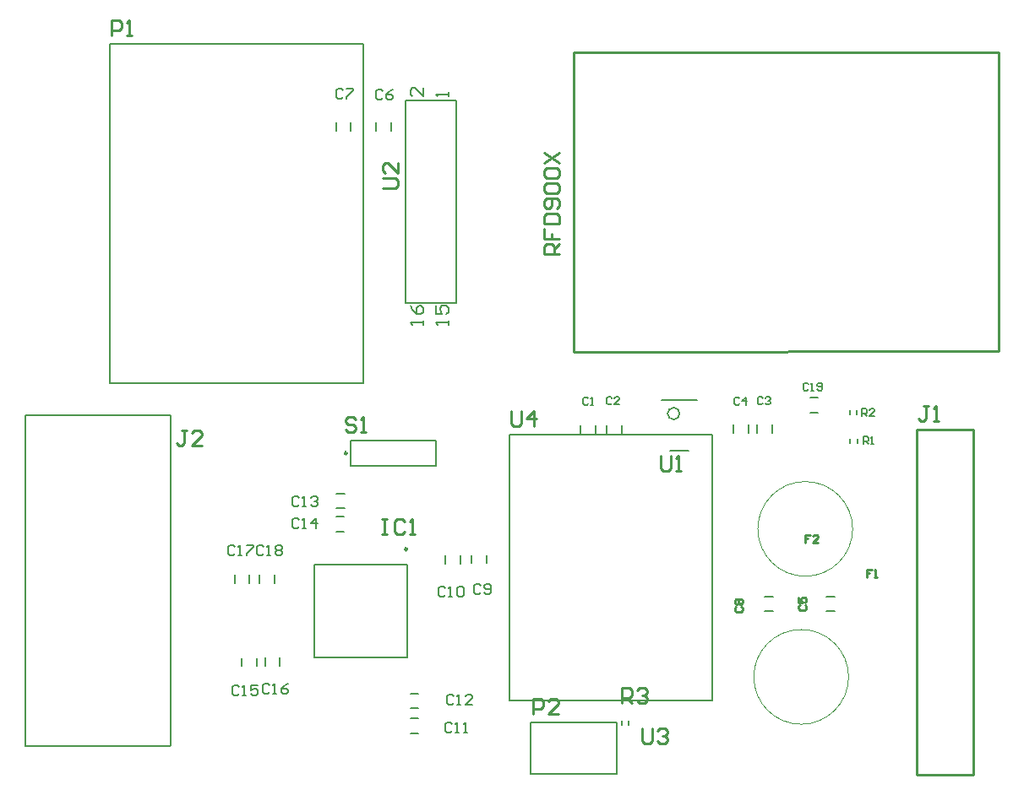
<source format=gto>
G04*
G04 #@! TF.GenerationSoftware,Altium Limited,Altium Designer,19.1.5 (86)*
G04*
G04 Layer_Color=65535*
%FSLAX25Y25*%
%MOIN*%
G70*
G01*
G75*
%ADD10C,0.00394*%
%ADD11C,0.00984*%
%ADD12C,0.00500*%
%ADD13C,0.00787*%
%ADD14C,0.01000*%
%ADD15C,0.00800*%
%ADD16C,0.00600*%
D10*
X598099Y272800D02*
G03*
X635501Y272800I18701J0D01*
G01*
D02*
G03*
X598099Y272800I-18701J0D01*
G01*
X596499Y214347D02*
G03*
X633901Y214347I18701J0D01*
G01*
D02*
G03*
X596499Y214347I-18701J0D01*
G01*
D11*
X459715Y264768D02*
G03*
X459715Y264768I-492J0D01*
G01*
X436050Y302687D02*
G03*
X436050Y302687I-492J0D01*
G01*
D12*
X564872Y316000D02*
G03*
X564872Y320700I0J2350D01*
G01*
D02*
G03*
X564872Y316000I0J-2350D01*
G01*
X500100Y310000D02*
X580100D01*
Y205000D02*
Y310000D01*
X500100Y205000D02*
X580100D01*
X500100D02*
Y310000D01*
X508600Y175900D02*
X525600D01*
X508600D02*
Y196400D01*
X542600D01*
Y175900D02*
Y196400D01*
X525600Y175900D02*
X542600D01*
X441900Y464300D02*
X442400D01*
D13*
X423199Y258567D02*
X459813D01*
X423199Y221953D02*
Y258567D01*
Y221953D02*
X459813D01*
Y258567D01*
X366421Y187300D02*
Y317674D01*
X309118D02*
X366421D01*
X309118Y186926D02*
Y317674D01*
Y186926D02*
X366000D01*
X437451Y297691D02*
Y307691D01*
Y297691D02*
X471152D01*
Y307691D01*
X437451D02*
X471152D01*
X563528Y303557D02*
X570615D01*
X560072Y323800D02*
X574072D01*
X460995Y201868D02*
X464145D01*
X460995Y207773D02*
X464145D01*
X342400Y464300D02*
X441900D01*
X342400Y330300D02*
Y464300D01*
Y330300D02*
X442400D01*
Y464300D01*
X458980Y361942D02*
X478980D01*
Y441942D01*
X459055Y361942D02*
Y441942D01*
X458980D02*
X478980D01*
X637178Y318113D02*
Y319687D01*
X634422Y318113D02*
Y319687D01*
X547078Y195313D02*
Y196887D01*
X544322Y195313D02*
Y196887D01*
X637278Y306813D02*
Y308387D01*
X634522Y306813D02*
Y308387D01*
X618625Y324653D02*
X621775D01*
X618625Y318747D02*
X621775D01*
X407437Y251481D02*
Y254630D01*
X401531Y251481D02*
Y254630D01*
X397537Y251481D02*
Y254630D01*
X391631Y251481D02*
Y254630D01*
X409537Y218801D02*
Y221951D01*
X403631Y218801D02*
Y221951D01*
X400337Y218701D02*
Y221851D01*
X394431Y218701D02*
Y221851D01*
X431709Y271823D02*
X434859D01*
X431709Y277729D02*
X434859D01*
X431909Y280923D02*
X435059D01*
X431909Y286829D02*
X435059D01*
X460995Y198029D02*
X464145D01*
X460995Y192123D02*
X464145D01*
X474831Y259170D02*
Y262319D01*
X480737Y259170D02*
Y262319D01*
X485231Y259201D02*
Y262351D01*
X491137Y259201D02*
Y262351D01*
X600925Y246153D02*
X604075D01*
X600925Y240247D02*
X604075D01*
X437553Y430125D02*
Y433275D01*
X431647Y430125D02*
Y433275D01*
X453353Y430125D02*
Y433275D01*
X447447Y430125D02*
Y433275D01*
X625225Y240247D02*
X628375D01*
X625225Y246153D02*
X628375D01*
X594453Y310810D02*
Y313960D01*
X588547Y310810D02*
Y313960D01*
X603653Y310725D02*
Y313875D01*
X597747Y310725D02*
Y313875D01*
X544339Y310625D02*
Y313775D01*
X538434Y310625D02*
Y313775D01*
X534039Y310425D02*
Y313575D01*
X528133Y310425D02*
Y313575D01*
D14*
X660926Y175668D02*
Y311888D01*
X682973D01*
Y175668D02*
Y311888D01*
X660926Y175668D02*
X682973D01*
X692955Y342884D02*
Y461084D01*
X525455Y342890D02*
Y461084D01*
X692955D01*
X525457Y342706D02*
X692955Y342884D01*
X519684Y381434D02*
X513686D01*
Y384433D01*
X514686Y385432D01*
X516685D01*
X517685Y384433D01*
Y381434D01*
Y383433D02*
X519684Y385432D01*
X513686Y391430D02*
Y387432D01*
X516685D01*
Y389431D01*
Y387432D01*
X519684D01*
X513686Y393430D02*
X519684D01*
Y396429D01*
X518684Y397428D01*
X514686D01*
X513686Y396429D01*
Y393430D01*
X518684Y399428D02*
X519684Y400427D01*
Y402427D01*
X518684Y403427D01*
X514686D01*
X513686Y402427D01*
Y400427D01*
X514686Y399428D01*
X515685D01*
X516685Y400427D01*
Y403427D01*
X514686Y405426D02*
X513686Y406426D01*
Y408425D01*
X514686Y409424D01*
X518684D01*
X519684Y408425D01*
Y406426D01*
X518684Y405426D01*
X514686D01*
Y411424D02*
X513686Y412424D01*
Y414423D01*
X514686Y415423D01*
X518684D01*
X519684Y414423D01*
Y412424D01*
X518684Y411424D01*
X514686D01*
X513686Y417422D02*
X519684Y421421D01*
X513686D02*
X519684Y417422D01*
X450102Y407300D02*
X455100D01*
X456100Y408300D01*
Y410299D01*
X455100Y411299D01*
X450102D01*
X456100Y417297D02*
Y413298D01*
X452101Y417297D01*
X451102D01*
X450102Y416297D01*
Y414298D01*
X451102Y413298D01*
X343050Y467650D02*
Y473648D01*
X346049D01*
X347049Y472648D01*
Y470649D01*
X346049Y469649D01*
X343050D01*
X349048Y467650D02*
X351047D01*
X350048D01*
Y473648D01*
X349048Y472648D01*
X552300Y194098D02*
Y189100D01*
X553300Y188100D01*
X555299D01*
X556299Y189100D01*
Y194098D01*
X558298Y193098D02*
X559298Y194098D01*
X561297D01*
X562297Y193098D01*
Y192099D01*
X561297Y191099D01*
X560297D01*
X561297D01*
X562297Y190099D01*
Y189100D01*
X561297Y188100D01*
X559298D01*
X558298Y189100D01*
X509400Y199639D02*
Y205637D01*
X512399D01*
X513399Y204637D01*
Y202638D01*
X512399Y201638D01*
X509400D01*
X519397Y199639D02*
X515398D01*
X519397Y203637D01*
Y204637D01*
X518397Y205637D01*
X516398D01*
X515398Y204637D01*
X544300Y204047D02*
Y210045D01*
X547299D01*
X548299Y209046D01*
Y207046D01*
X547299Y206047D01*
X544300D01*
X546299D02*
X548299Y204047D01*
X550298Y209046D02*
X551298Y210045D01*
X553297D01*
X554297Y209046D01*
Y208046D01*
X553297Y207046D01*
X552297D01*
X553297D01*
X554297Y206047D01*
Y205047D01*
X553297Y204047D01*
X551298D01*
X550298Y205047D01*
X500800Y319198D02*
Y314200D01*
X501800Y313200D01*
X503799D01*
X504799Y314200D01*
Y319198D01*
X509797Y313200D02*
Y319198D01*
X506798Y316199D01*
X510797D01*
X559643Y301598D02*
Y296600D01*
X560643Y295600D01*
X562642D01*
X563642Y296600D01*
Y301598D01*
X565641Y295600D02*
X567641D01*
X566641D01*
Y301598D01*
X565641Y300598D01*
X439600Y316090D02*
X438601Y317089D01*
X436601D01*
X435602Y316090D01*
Y315090D01*
X436601Y314090D01*
X438601D01*
X439600Y313091D01*
Y312091D01*
X438601Y311091D01*
X436601D01*
X435602Y312091D01*
X441600Y311091D02*
X443599D01*
X442599D01*
Y317089D01*
X441600Y316090D01*
X372699Y311698D02*
X370699D01*
X371699D01*
Y306700D01*
X370699Y305700D01*
X369700D01*
X368700Y306700D01*
X378697Y305700D02*
X374698D01*
X378697Y309699D01*
Y310698D01*
X377697Y311698D01*
X375698D01*
X374698Y310698D01*
X665422Y321416D02*
X663423D01*
X664422D01*
Y316417D01*
X663423Y315418D01*
X662423D01*
X661423Y316417D01*
X667421Y315418D02*
X669421D01*
X668421D01*
Y321416D01*
X667421Y320416D01*
X449742Y276806D02*
X451741D01*
X450742D01*
Y270808D01*
X449742D01*
X451741D01*
X458739Y275806D02*
X457739Y276806D01*
X455740D01*
X454740Y275806D01*
Y271808D01*
X455740Y270808D01*
X457739D01*
X458739Y271808D01*
X460739Y270808D02*
X462738D01*
X461738D01*
Y276806D01*
X460739Y275806D01*
X618899Y270499D02*
X616900D01*
Y269000D01*
X617900D01*
X616900D01*
Y267500D01*
X621898D02*
X619899D01*
X621898Y269499D01*
Y269999D01*
X621398Y270499D01*
X620399D01*
X619899Y269999D01*
X642999Y256699D02*
X641000D01*
Y255200D01*
X642000D01*
X641000D01*
Y253700D01*
X643999D02*
X644999D01*
X644499D01*
Y256699D01*
X643999Y256199D01*
X589501Y242099D02*
X589001Y241599D01*
Y240600D01*
X589501Y240100D01*
X591500D01*
X592000Y240600D01*
Y241599D01*
X591500Y242099D01*
X589501Y243099D02*
X589001Y243599D01*
Y244599D01*
X589501Y245098D01*
X590001D01*
X590500Y244599D01*
X591000Y245098D01*
X591500D01*
X592000Y244599D01*
Y243599D01*
X591500Y243099D01*
X591000D01*
X590500Y243599D01*
X590001Y243099D01*
X589501D01*
X590500Y243599D02*
Y244599D01*
X614701Y242799D02*
X614201Y242300D01*
Y241300D01*
X614701Y240800D01*
X616700D01*
X617200Y241300D01*
Y242300D01*
X616700Y242799D01*
X614201Y245798D02*
Y243799D01*
X615700D01*
X615201Y244799D01*
Y245299D01*
X615700Y245798D01*
X616700D01*
X617200Y245299D01*
Y244299D01*
X616700Y243799D01*
D15*
X465980Y353445D02*
Y355111D01*
Y354278D01*
X460982D01*
X461815Y353445D01*
X460982Y360942D02*
X461815Y359276D01*
X463481Y357610D01*
X465147D01*
X465980Y358443D01*
Y360109D01*
X465147Y360942D01*
X464314D01*
X463481Y360109D01*
Y357610D01*
X475980Y353445D02*
Y355111D01*
Y354278D01*
X470982D01*
X471815Y353445D01*
X470982Y360942D02*
Y357610D01*
X473481D01*
X472648Y359276D01*
Y360109D01*
X473481Y360942D01*
X475147D01*
X475980Y360109D01*
Y358443D01*
X475147Y357610D01*
X465980Y446942D02*
Y443610D01*
X462648Y446942D01*
X461815D01*
X460982Y446109D01*
Y444443D01*
X461815Y443610D01*
X475980D02*
Y445276D01*
Y444443D01*
X470982D01*
X471815Y443610D01*
X478019Y206634D02*
X477352Y207300D01*
X476019D01*
X475353Y206634D01*
Y203968D01*
X476019Y203301D01*
X477352D01*
X478019Y203968D01*
X479352Y203301D02*
X480685D01*
X480018D01*
Y207300D01*
X479352Y206634D01*
X485350Y203301D02*
X482684D01*
X485350Y205967D01*
Y206634D01*
X484683Y207300D01*
X483350D01*
X482684Y206634D01*
X393336Y210394D02*
X392669Y211061D01*
X391336D01*
X390670Y210394D01*
Y207728D01*
X391336Y207062D01*
X392669D01*
X393336Y207728D01*
X394669Y207062D02*
X396001D01*
X395335D01*
Y211061D01*
X394669Y210394D01*
X400667Y211061D02*
X398001D01*
Y209061D01*
X399334Y209728D01*
X400000D01*
X400667Y209061D01*
Y207728D01*
X400000Y207062D01*
X398667D01*
X398001Y207728D01*
X618099Y329899D02*
X617599Y330399D01*
X616600D01*
X616100Y329899D01*
Y327900D01*
X616600Y327400D01*
X617599D01*
X618099Y327900D01*
X619099Y327400D02*
X620099D01*
X619599D01*
Y330399D01*
X619099Y329899D01*
X621598Y327900D02*
X622098Y327400D01*
X623098D01*
X623598Y327900D01*
Y329899D01*
X623098Y330399D01*
X622098D01*
X621598Y329899D01*
Y329399D01*
X622098Y328900D01*
X623598D01*
X403250Y265758D02*
X402583Y266424D01*
X401250D01*
X400584Y265758D01*
Y263092D01*
X401250Y262426D01*
X402583D01*
X403250Y263092D01*
X404583Y262426D02*
X405916D01*
X405249D01*
Y266424D01*
X404583Y265758D01*
X407915D02*
X408581Y266424D01*
X409914D01*
X410581Y265758D01*
Y265092D01*
X409914Y264425D01*
X410581Y263759D01*
Y263092D01*
X409914Y262426D01*
X408581D01*
X407915Y263092D01*
Y263759D01*
X408581Y264425D01*
X407915Y265092D01*
Y265758D01*
X408581Y264425D02*
X409914D01*
X391627Y265569D02*
X390961Y266236D01*
X389628D01*
X388961Y265569D01*
Y262904D01*
X389628Y262237D01*
X390961D01*
X391627Y262904D01*
X392960Y262237D02*
X394293D01*
X393626D01*
Y266236D01*
X392960Y265569D01*
X396292Y266236D02*
X398958D01*
Y265569D01*
X396292Y262904D01*
Y262237D01*
X405472Y210926D02*
X404806Y211592D01*
X403473D01*
X402807Y210926D01*
Y208260D01*
X403473Y207593D01*
X404806D01*
X405472Y208260D01*
X406805Y207593D02*
X408138D01*
X407472D01*
Y211592D01*
X406805Y210926D01*
X412803Y211592D02*
X411471Y210926D01*
X410138Y209593D01*
Y208260D01*
X410804Y207593D01*
X412137D01*
X412803Y208260D01*
Y208926D01*
X412137Y209593D01*
X410138D01*
X417149Y276367D02*
X416483Y277034D01*
X415150D01*
X414483Y276367D01*
Y273702D01*
X415150Y273035D01*
X416483D01*
X417149Y273702D01*
X418482Y273035D02*
X419815D01*
X419149D01*
Y277034D01*
X418482Y276367D01*
X423814Y273035D02*
Y277034D01*
X421814Y275034D01*
X424480D01*
X417106Y285038D02*
X416439Y285704D01*
X415106D01*
X414440Y285038D01*
Y282372D01*
X415106Y281705D01*
X416439D01*
X417106Y282372D01*
X418438Y281705D02*
X419771D01*
X419105D01*
Y285704D01*
X418438Y285038D01*
X421771D02*
X422437Y285704D01*
X423770D01*
X424437Y285038D01*
Y284371D01*
X423770Y283705D01*
X423104D01*
X423770D01*
X424437Y283038D01*
Y282372D01*
X423770Y281705D01*
X422437D01*
X421771Y282372D01*
X477350Y195648D02*
X476683Y196315D01*
X475350D01*
X474684Y195648D01*
Y192982D01*
X475350Y192316D01*
X476683D01*
X477350Y192982D01*
X478683Y192316D02*
X480016D01*
X479349D01*
Y196315D01*
X478683Y195648D01*
X482015Y192316D02*
X483348D01*
X482681D01*
Y196315D01*
X482015Y195648D01*
X474623Y249451D02*
X473957Y250117D01*
X472624D01*
X471957Y249451D01*
Y246785D01*
X472624Y246118D01*
X473957D01*
X474623Y246785D01*
X475956Y246118D02*
X477289D01*
X476623D01*
Y250117D01*
X475956Y249451D01*
X479288D02*
X479955Y250117D01*
X481288D01*
X481954Y249451D01*
Y246785D01*
X481288Y246118D01*
X479955D01*
X479288Y246785D01*
Y249451D01*
X488850Y250292D02*
X488183Y250959D01*
X486850D01*
X486184Y250292D01*
Y247627D01*
X486850Y246960D01*
X488183D01*
X488850Y247627D01*
X490183D02*
X490849Y246960D01*
X492182D01*
X492848Y247627D01*
Y250292D01*
X492182Y250959D01*
X490849D01*
X490183Y250292D01*
Y249626D01*
X490849Y248960D01*
X492848D01*
X434566Y445988D02*
X433899Y446655D01*
X432566D01*
X431900Y445988D01*
Y443322D01*
X432566Y442656D01*
X433899D01*
X434566Y443322D01*
X435899Y446655D02*
X438564D01*
Y445988D01*
X435899Y443322D01*
Y442656D01*
X450166Y445732D02*
X449499Y446399D01*
X448166D01*
X447500Y445732D01*
Y443066D01*
X448166Y442400D01*
X449499D01*
X450166Y443066D01*
X454165Y446399D02*
X452832Y445732D01*
X451499Y444399D01*
Y443066D01*
X452165Y442400D01*
X453498D01*
X454165Y443066D01*
Y443733D01*
X453498Y444399D01*
X451499D01*
X590799Y324199D02*
X590300Y324699D01*
X589300D01*
X588800Y324199D01*
Y322200D01*
X589300Y321700D01*
X590300D01*
X590799Y322200D01*
X593298Y321700D02*
Y324699D01*
X591799Y323200D01*
X593798D01*
X599999Y324399D02*
X599500Y324899D01*
X598500D01*
X598000Y324399D01*
Y322400D01*
X598500Y321900D01*
X599500D01*
X599999Y322400D01*
X600999Y324399D02*
X601499Y324899D01*
X602498D01*
X602998Y324399D01*
Y323899D01*
X602498Y323399D01*
X601999D01*
X602498D01*
X602998Y322900D01*
Y322400D01*
X602498Y321900D01*
X601499D01*
X600999Y322400D01*
X540599Y324499D02*
X540099Y324999D01*
X539100D01*
X538600Y324499D01*
Y322500D01*
X539100Y322000D01*
X540099D01*
X540599Y322500D01*
X543598Y322000D02*
X541599D01*
X543598Y323999D01*
Y324499D01*
X543098Y324999D01*
X542099D01*
X541599Y324499D01*
X531199Y324299D02*
X530699Y324799D01*
X529700D01*
X529200Y324299D01*
Y322300D01*
X529700Y321800D01*
X530699D01*
X531199Y322300D01*
X532199Y321800D02*
X533199D01*
X532699D01*
Y324799D01*
X532199Y324299D01*
D16*
X639200Y317300D02*
Y320299D01*
X640699D01*
X641199Y319799D01*
Y318799D01*
X640699Y318300D01*
X639200D01*
X640200D02*
X641199Y317300D01*
X644198D02*
X642199D01*
X644198Y319299D01*
Y319799D01*
X643699Y320299D01*
X642699D01*
X642199Y319799D01*
X639700Y306200D02*
Y309199D01*
X641199D01*
X641699Y308699D01*
Y307699D01*
X641199Y307200D01*
X639700D01*
X640700D02*
X641699Y306200D01*
X642699D02*
X643699D01*
X643199D01*
Y309199D01*
X642699Y308699D01*
M02*

</source>
